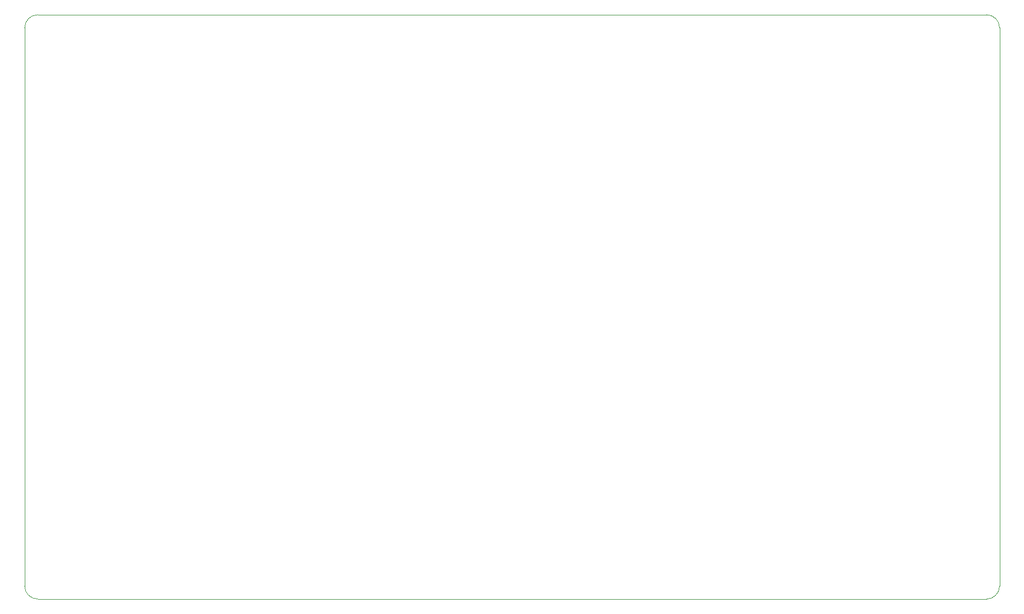
<source format=gbr>
%TF.GenerationSoftware,KiCad,Pcbnew,(6.0.7)*%
%TF.CreationDate,2023-04-18T19:04:57+08:00*%
%TF.ProjectId,stepper_with_DRV8825_controller_board_V3,73746570-7065-4725-9f77-6974685f4452,rev?*%
%TF.SameCoordinates,PX4a62f80PY848f8c0*%
%TF.FileFunction,Profile,NP*%
%FSLAX46Y46*%
G04 Gerber Fmt 4.6, Leading zero omitted, Abs format (unit mm)*
G04 Created by KiCad (PCBNEW (6.0.7)) date 2023-04-18 19:04:57*
%MOMM*%
%LPD*%
G01*
G04 APERTURE LIST*
%TA.AperFunction,Profile*%
%ADD10C,0.100000*%
%TD*%
G04 APERTURE END LIST*
D10*
X2000000Y90000000D02*
G75*
G03*
X0Y88000000I0J-2000000D01*
G01*
X0Y88000000D02*
X0Y2000000D01*
X148000000Y0D02*
G75*
G03*
X150000000Y2000000I0J2000000D01*
G01*
X0Y2000000D02*
G75*
G03*
X2000000Y0I2000000J0D01*
G01*
X148000000Y90000000D02*
X2000000Y90000000D01*
X150000000Y88000000D02*
G75*
G03*
X148000000Y90000000I-2000000J0D01*
G01*
X2000000Y0D02*
X148000000Y0D01*
X150000000Y2000000D02*
X150000000Y88000000D01*
M02*

</source>
